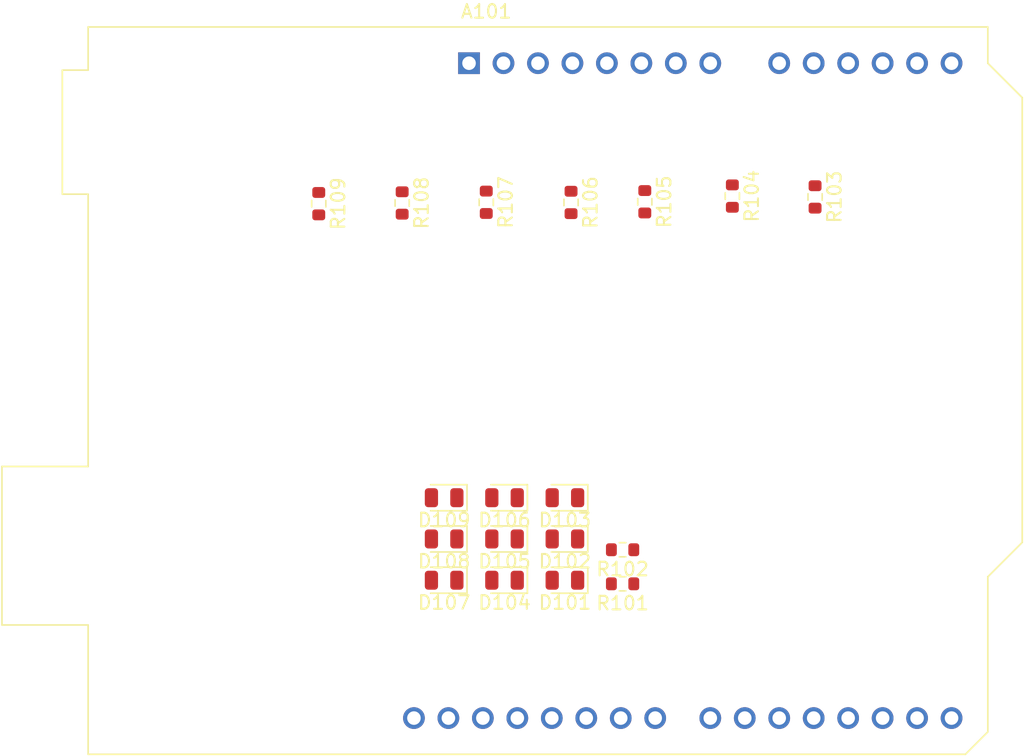
<source format=kicad_pcb>
(kicad_pcb (version 20221018) (generator pcbnew)
  (layers (0 "F.Cu" signal) (31 "B.Cu" signal) (34 "B.Paste" user) (35 "F.Paste" user) (36 "B.SilkS" user "B.Silkscreen") (37 "F.SilkS" user "F.Silkscreen") (38 "B.Mask" user) (39 "F.Mask" user) (44 "Edge.Cuts" user))
  (net 0 "")
  (net 1 "Net-(D101-A)")
  (net 2 "Net-(D102-A)")
  (net 3 "Net-(D103-A)")
  (net 4 "Net-(D104-A)")
  (net 5 "Net-(D105-A)")
  (net 6 "Net-(D106-A)")
  (net 7 "Net-(D107-A)")
  (net 8 "Net-(D108-A)")
  (net 9 "Net-(D109-A)")
  (net 10 "GND")
  (net 15 "Net-(A101-+5V)")
  (net 25 "Net-(A101-D2)")
  (net 26 "Net-(A101-D3)")
  (net 27 "Net-(A101-D4)")
  (net 28 "Net-(A101-D5)")
  (net 29 "Net-(A101-D6)")
  (net 30 "Net-(A101-D7)")
  (net 31 "Net-(A101-D8)")
  (net 32 "Net-(A101-D9)")
  (net 33 "Net-(A101-D10)")
  (footprint "LED_SMD:LED_0805_2012Metric" (layer "F.Cu") (at 125.6742 95.8174 180)
    (fp_text reference "D108" (at 0 -1.65) (layer "F.SilkS"))
    (fp_text value "LED")
    (fp_line (start -1.685 -0.96) (end -1.685 0.96) (stroke (width 0.12)) (layer "F.SilkS"))
    (fp_line (start -1.685 0.96) (end 1 0.96) (stroke (width 0.12)) (layer "F.SilkS"))
    (fp_line (start 1 -0.96) (end -1.685 -0.96) (stroke (width 0.12)) (layer "F.SilkS"))
    (pad "1" smd roundrect (at -0.9375 0 180) (size 0.975 1.4) (layers "F.Cu" "F.Paste" "F.Mask") (net 32 "Net-(A101-D9)"))
    (pad "2" smd roundrect (at 0.9375 0 180) (size 0.975 1.4) (layers "F.Cu" "F.Paste" "F.Mask") (net 8 "Net-(D108-A)"))
  )
  (footprint "LED_SMD:LED_0805_2012Metric" (layer "F.Cu") (at 125.6742 92.7774 180)
    (fp_text reference "D109" (at 0 -1.65) (layer "F.SilkS"))
    (fp_text value "LED")
    (fp_line (start -1.685 -0.96) (end -1.685 0.96) (stroke (width 0.12)) (layer "F.SilkS"))
    (fp_line (start -1.685 0.96) (end 1 0.96) (stroke (width 0.12)) (layer "F.SilkS"))
    (fp_line (start 1 -0.96) (end -1.685 -0.96) (stroke (width 0.12)) (layer "F.SilkS"))
    (pad "1" smd roundrect (at -0.9375 0 180) (size 0.975 1.4) (layers "F.Cu" "F.Paste" "F.Mask") (net 33 "Net-(A101-D10)"))
    (pad "2" smd roundrect (at 0.9375 0 180) (size 0.975 1.4) (layers "F.Cu" "F.Paste" "F.Mask") (net 9 "Net-(D109-A)"))
  )
  (footprint "Module:Arduino_UNO_R2" (layer "F.Cu") (at 127.508 60.7568)
    (fp_text reference "A101" (at 1.27 -3.81 180) (layer "F.SilkS"))
    (fp_text value "Arduino_UNO_R2")
    (fp_line (start -34.42 29.72) (end -34.42 41.4) (stroke (width 0.12)) (layer "F.SilkS"))
    (fp_line (start -34.42 41.4) (end -28.07 41.4) (stroke (width 0.12)) (layer "F.SilkS"))
    (fp_line (start -29.97 0.51) (end -29.97 9.65) (stroke (width 0.12)) (layer "F.SilkS"))
    (fp_line (start -29.97 9.65) (end -28.07 9.65) (stroke (width 0.12)) (layer "F.SilkS"))
    (fp_line (start -28.07 -2.67) (end -28.07 0.51) (stroke (width 0.12)) (layer "F.SilkS"))
    (fp_line (start -28.07 0.51) (end -29.97 0.51) (stroke (width 0.12)) (layer "F.SilkS"))
    (fp_line (start -28.07 9.65) (end -28.07 29.72) (stroke (width 0.12)) (layer "F.SilkS"))
    (fp_line (start -28.07 29.72) (end -34.42 29.72) (stroke (width 0.12)) (layer "F.SilkS"))
    (fp_line (start -28.07 41.4) (end -28.07 50.93) (stroke (width 0.12)) (layer "F.SilkS"))
    (fp_line (start -28.07 50.93) (end 36.58 50.93) (stroke (width 0.12)) (layer "F.SilkS"))
    (fp_line (start 36.58 50.93) (end 38.23 49.28) (stroke (width 0.12)) (layer "F.SilkS"))
    (fp_line (start 38.23 -2.67) (end -28.07 -2.67) (stroke (width 0.12)) (layer "F.SilkS"))
    (fp_line (start 38.23 0) (end 38.23 -2.67) (stroke (width 0.12)) (layer "F.SilkS"))
    (fp_line (start 38.23 37.85) (end 40.77 35.31) (stroke (width 0.12)) (layer "F.SilkS"))
    (fp_line (start 38.23 49.28) (end 38.23 37.85) (stroke (width 0.12)) (layer "F.SilkS"))
    (fp_line (start 40.77 2.54) (end 38.23 0) (stroke (width 0.12)) (layer "F.SilkS"))
    (fp_line (start 40.77 35.31) (end 40.77 2.54) (stroke (width 0.12)) (layer "F.SilkS"))
    (pad "1" thru_hole rect (at 0 0 90) (size 1.6 1.6) (drill 1) (layers "*.Cu" "*.Mask"))
    (pad "2" thru_hole oval (at 2.54 0 90) (size 1.6 1.6) (drill 1) (layers "*.Cu" "*.Mask"))
    (pad "3" thru_hole oval (at 5.08 0 90) (size 1.6 1.6) (drill 1) (layers "*.Cu" "*.Mask"))
    (pad "4" thru_hole oval (at 7.62 0 90) (size 1.6 1.6) (drill 1) (layers "*.Cu" "*.Mask"))
    (pad "5" thru_hole oval (at 10.16 0 90) (size 1.6 1.6) (drill 1) (layers "*.Cu" "*.Mask") (net 15 "Net-(A101-+5V)"))
    (pad "6" thru_hole oval (at 12.7 0 90) (size 1.6 1.6) (drill 1) (layers "*.Cu" "*.Mask") (net 10 "GND"))
    (pad "7" thru_hole oval (at 15.24 0 90) (size 1.6 1.6) (drill 1) (layers "*.Cu" "*.Mask") (net 10 "GND"))
    (pad "8" thru_hole oval (at 17.78 0 90) (size 1.6 1.6) (drill 1) (layers "*.Cu" "*.Mask"))
    (pad "9" thru_hole oval (at 22.86 0 90) (size 1.6 1.6) (drill 1) (layers "*.Cu" "*.Mask"))
    (pad "10" thru_hole oval (at 25.4 0 90) (size 1.6 1.6) (drill 1) (layers "*.Cu" "*.Mask"))
    (pad "11" thru_hole oval (at 27.94 0 90) (size 1.6 1.6) (drill 1) (layers "*.Cu" "*.Mask"))
    (pad "12" thru_hole oval (at 30.48 0 90) (size 1.6 1.6) (drill 1) (layers "*.Cu" "*.Mask"))
    (pad "13" thru_hole oval (at 33.02 0 90) (size 1.6 1.6) (drill 1) (layers "*.Cu" "*.Mask"))
    (pad "14" thru_hole oval (at 35.56 0 90) (size 1.6 1.6) (drill 1) (layers "*.Cu" "*.Mask"))
    (pad "15" thru_hole oval (at 35.56 48.26 90) (size 1.6 1.6) (drill 1) (layers "*.Cu" "*.Mask"))
    (pad "16" thru_hole oval (at 33.02 48.26 90) (size 1.6 1.6) (drill 1) (layers "*.Cu" "*.Mask"))
    (pad "17" thru_hole oval (at 30.48 48.26 90) (size 1.6 1.6) (drill 1) (layers "*.Cu" "*.Mask") (net 25 "Net-(A101-D2)"))
    (pad "18" thru_hole oval (at 27.94 48.26 90) (size 1.6 1.6) (drill 1) (layers "*.Cu" "*.Mask") (net 26 "Net-(A101-D3)"))
    (pad "19" thru_hole oval (at 25.4 48.26 90) (size 1.6 1.6) (drill 1) (layers "*.Cu" "*.Mask") (net 27 "Net-(A101-D4)"))
    (pad "20" thru_hole oval (at 22.86 48.26 90) (size 1.6 1.6) (drill 1) (layers "*.Cu" "*.Mask") (net 28 "Net-(A101-D5)"))
    (pad "21" thru_hole oval (at 20.32 48.26 90) (size 1.6 1.6) (drill 1) (layers "*.Cu" "*.Mask") (net 29 "Net-(A101-D6)"))
    (pad "22" thru_hole oval (at 17.78 48.26 90) (size 1.6 1.6) (drill 1) (layers "*.Cu" "*.Mask") (net 30 "Net-(A101-D7)"))
    (pad "23" thru_hole oval (at 13.72 48.26 90) (size 1.6 1.6) (drill 1) (layers "*.Cu" "*.Mask") (net 31 "Net-(A101-D8)"))
    (pad "24" thru_hole oval (at 11.18 48.26 90) (size 1.6 1.6) (drill 1) (layers "*.Cu" "*.Mask") (net 32 "Net-(A101-D9)"))
    (pad "25" thru_hole oval (at 8.64 48.26 90) (size 1.6 1.6) (drill 1) (layers "*.Cu" "*.Mask") (net 33 "Net-(A101-D10)"))
    (pad "26" thru_hole oval (at 6.1 48.26 90) (size 1.6 1.6) (drill 1) (layers "*.Cu" "*.Mask"))
    (pad "27" thru_hole oval (at 3.56 48.26 90) (size 1.6 1.6) (drill 1) (layers "*.Cu" "*.Mask"))
    (pad "28" thru_hole oval (at 1.02 48.26 90) (size 1.6 1.6) (drill 1) (layers "*.Cu" "*.Mask"))
    (pad "29" thru_hole oval (at -1.52 48.26 90) (size 1.6 1.6) (drill 1) (layers "*.Cu" "*.Mask") (net 10 "GND"))
    (pad "30" thru_hole oval (at -4.06 48.26 90) (size 1.6 1.6) (drill 1) (layers "*.Cu" "*.Mask"))
  )
  (footprint "Resistor_SMD:R_0603_1608Metric" (layer "F.Cu") (at 153.0096 70.612 -90)
    (fp_text reference "R103" (at 0 -1.43 90) (layer "F.SilkS"))
    (fp_text value "247")
    (fp_line (start -0.237258 -0.5225) (end 0.237258 -0.5225) (stroke (width 0.12)) (layer "F.SilkS"))
    (fp_line (start -0.237258 0.5225) (end 0.237258 0.5225) (stroke (width 0.12)) (layer "F.SilkS"))
    (pad "1" smd roundrect (at -0.825 0 270) (size 0.8 0.95) (layers "F.Cu" "F.Paste" "F.Mask") (net 15 "Net-(A101-+5V)"))
    (pad "2" smd roundrect (at 0.825 0 270) (size 0.8 0.95) (layers "F.Cu" "F.Paste" "F.Mask") (net 7 "Net-(D107-A)"))
  )
  (footprint "LED_SMD:LED_0805_2012Metric" (layer "F.Cu") (at 130.1242 95.8174 180)
    (fp_text reference "D105" (at 0 -1.65) (layer "F.SilkS"))
    (fp_text value "LED")
    (fp_line (start -1.685 -0.96) (end -1.685 0.96) (stroke (width 0.12)) (layer "F.SilkS"))
    (fp_line (start -1.685 0.96) (end 1 0.96) (stroke (width 0.12)) (layer "F.SilkS"))
    (fp_line (start 1 -0.96) (end -1.685 -0.96) (stroke (width 0.12)) (layer "F.SilkS"))
    (pad "1" smd roundrect (at -0.9375 0 180) (size 0.975 1.4) (layers "F.Cu" "F.Paste" "F.Mask") (net 29 "Net-(A101-D6)"))
    (pad "2" smd roundrect (at 0.9375 0 180) (size 0.975 1.4) (layers "F.Cu" "F.Paste" "F.Mask") (net 5 "Net-(D105-A)"))
  )
  (footprint "Resistor_SMD:R_0603_1608Metric" (layer "F.Cu") (at 146.9136 70.549 -90)
    (fp_text reference "R104" (at 0 -1.43 90) (layer "F.SilkS"))
    (fp_text value "247")
    (fp_line (start -0.237258 -0.5225) (end 0.237258 -0.5225) (stroke (width 0.12)) (layer "F.SilkS"))
    (fp_line (start -0.237258 0.5225) (end 0.237258 0.5225) (stroke (width 0.12)) (layer "F.SilkS"))
    (pad "1" smd roundrect (at -0.825 0 270) (size 0.8 0.95) (layers "F.Cu" "F.Paste" "F.Mask") (net 15 "Net-(A101-+5V)"))
    (pad "2" smd roundrect (at 0.825 0 270) (size 0.8 0.95) (layers "F.Cu" "F.Paste" "F.Mask") (net 6 "Net-(D106-A)"))
  )
  (footprint "LED_SMD:LED_0805_2012Metric" (layer "F.Cu") (at 134.5742 92.7774 180)
    (fp_text reference "D103" (at 0 -1.65) (layer "F.SilkS"))
    (fp_text value "LED")
    (fp_line (start -1.685 -0.96) (end -1.685 0.96) (stroke (width 0.12)) (layer "F.SilkS"))
    (fp_line (start -1.685 0.96) (end 1 0.96) (stroke (width 0.12)) (layer "F.SilkS"))
    (fp_line (start 1 -0.96) (end -1.685 -0.96) (stroke (width 0.12)) (layer "F.SilkS"))
    (pad "1" smd roundrect (at -0.9375 0 180) (size 0.975 1.4) (layers "F.Cu" "F.Paste" "F.Mask") (net 27 "Net-(A101-D4)"))
    (pad "2" smd roundrect (at 0.9375 0 180) (size 0.975 1.4) (layers "F.Cu" "F.Paste" "F.Mask") (net 3 "Net-(D103-A)"))
  )
  (footprint "Resistor_SMD:R_0603_1608Metric" (layer "F.Cu") (at 138.8242 96.6124 180)
    (fp_text reference "R102" (at 0 -1.43) (layer "F.SilkS"))
    (fp_text value "247")
    (fp_line (start -0.237258 -0.5225) (end 0.237258 -0.5225) (stroke (width 0.12)) (layer "F.SilkS"))
    (fp_line (start -0.237258 0.5225) (end 0.237258 0.5225) (stroke (width 0.12)) (layer "F.SilkS"))
    (pad "1" smd roundrect (at -0.825 0 180) (size 0.8 0.95) (layers "F.Cu" "F.Paste" "F.Mask") (net 15 "Net-(A101-+5V)"))
    (pad "2" smd roundrect (at 0.825 0 180) (size 0.8 0.95) (layers "F.Cu" "F.Paste" "F.Mask") (net 8 "Net-(D108-A)"))
  )
  (footprint "Resistor_SMD:R_0603_1608Metric" (layer "F.Cu") (at 140.462 70.9676 -90)
    (fp_text reference "R105" (at 0 -1.43 90) (layer "F.SilkS"))
    (fp_text value "247")
    (fp_line (start -0.237258 -0.5225) (end 0.237258 -0.5225) (stroke (width 0.12)) (layer "F.SilkS"))
    (fp_line (start -0.237258 0.5225) (end 0.237258 0.5225) (stroke (width 0.12)) (layer "F.SilkS"))
    (pad "1" smd roundrect (at -0.825 0 270) (size 0.8 0.95) (layers "F.Cu" "F.Paste" "F.Mask") (net 15 "Net-(A101-+5V)"))
    (pad "2" smd roundrect (at 0.825 0 270) (size 0.8 0.95) (layers "F.Cu" "F.Paste" "F.Mask") (net 5 "Net-(D105-A)"))
  )
  (footprint "LED_SMD:LED_0805_2012Metric" (layer "F.Cu") (at 134.5742 98.8574 180)
    (fp_text reference "D101" (at 0 -1.65) (layer "F.SilkS"))
    (fp_text value "LED")
    (fp_line (start -1.685 -0.96) (end -1.685 0.96) (stroke (width 0.12)) (layer "F.SilkS"))
    (fp_line (start -1.685 0.96) (end 1 0.96) (stroke (width 0.12)) (layer "F.SilkS"))
    (fp_line (start 1 -0.96) (end -1.685 -0.96) (stroke (width 0.12)) (layer "F.SilkS"))
    (pad "1" smd roundrect (at -0.9375 0 180) (size 0.975 1.4) (layers "F.Cu" "F.Paste" "F.Mask") (net 25 "Net-(A101-D2)"))
    (pad "2" smd roundrect (at 0.9375 0 180) (size 0.975 1.4) (layers "F.Cu" "F.Paste" "F.Mask") (net 1 "Net-(D101-A)"))
  )
  (footprint "Resistor_SMD:R_0603_1608Metric" (layer "F.Cu") (at 128.778 71.0062 -90)
    (fp_text reference "R107" (at 0 -1.43 90) (layer "F.SilkS"))
    (fp_text value "247")
    (fp_line (start -0.237258 -0.5225) (end 0.237258 -0.5225) (stroke (width 0.12)) (layer "F.SilkS"))
    (fp_line (start -0.237258 0.5225) (end 0.237258 0.5225) (stroke (width 0.12)) (layer "F.SilkS"))
    (pad "1" smd roundrect (at -0.825 0 270) (size 0.8 0.95) (layers "F.Cu" "F.Paste" "F.Mask") (net 15 "Net-(A101-+5V)"))
    (pad "2" smd roundrect (at 0.825 0 270) (size 0.8 0.95) (layers "F.Cu" "F.Paste" "F.Mask") (net 3 "Net-(D103-A)"))
  )
  (footprint "LED_SMD:LED_0805_2012Metric" (layer "F.Cu") (at 130.1242 92.7774 180)
    (fp_text reference "D106" (at 0 -1.65) (layer "F.SilkS"))
    (fp_text value "LED")
    (fp_line (start -1.685 -0.96) (end -1.685 0.96) (stroke (width 0.12)) (layer "F.SilkS"))
    (fp_line (start -1.685 0.96) (end 1 0.96) (stroke (width 0.12)) (layer "F.SilkS"))
    (fp_line (start 1 -0.96) (end -1.685 -0.96) (stroke (width 0.12)) (layer "F.SilkS"))
    (pad "1" smd roundrect (at -0.9375 0 180) (size 0.975 1.4) (layers "F.Cu" "F.Paste" "F.Mask") (net 30 "Net-(A101-D7)"))
    (pad "2" smd roundrect (at 0.9375 0 180) (size 0.975 1.4) (layers "F.Cu" "F.Paste" "F.Mask") (net 6 "Net-(D106-A)"))
  )
  (footprint "Resistor_SMD:R_0603_1608Metric" (layer "F.Cu") (at 116.4336 71.1078 -90)
    (fp_text reference "R109" (at 0 -1.43 90) (layer "F.SilkS"))
    (fp_text value "247")
    (fp_line (start -0.237258 -0.5225) (end 0.237258 -0.5225) (stroke (width 0.12)) (layer "F.SilkS"))
    (fp_line (start -0.237258 0.5225) (end 0.237258 0.5225) (stroke (width 0.12)) (layer "F.SilkS"))
    (pad "1" smd roundrect (at -0.825 0 270) (size 0.8 0.95) (layers "F.Cu" "F.Paste" "F.Mask") (net 15 "Net-(A101-+5V)"))
    (pad "2" smd roundrect (at 0.825 0 270) (size 0.8 0.95) (layers "F.Cu" "F.Paste" "F.Mask") (net 1 "Net-(D101-A)"))
  )
  (footprint "LED_SMD:LED_0805_2012Metric" (layer "F.Cu") (at 125.6742 98.8574 180)
    (fp_text reference "D107" (at 0 -1.65) (layer "F.SilkS"))
    (fp_text value "LED")
    (fp_line (start -1.685 -0.96) (end -1.685 0.96) (stroke (width 0.12)) (layer "F.SilkS"))
    (fp_line (start -1.685 0.96) (end 1 0.96) (stroke (width 0.12)) (layer "F.SilkS"))
    (fp_line (start 1 -0.96) (end -1.685 -0.96) (stroke (width 0.12)) (layer "F.SilkS"))
    (pad "1" smd roundrect (at -0.9375 0 180) (size 0.975 1.4) (layers "F.Cu" "F.Paste" "F.Mask") (net 31 "Net-(A101-D8)"))
    (pad "2" smd roundrect (at 0.9375 0 180) (size 0.975 1.4) (layers "F.Cu" "F.Paste" "F.Mask") (net 7 "Net-(D107-A)"))
  )
  (footprint "LED_SMD:LED_0805_2012Metric" (layer "F.Cu") (at 134.5742 95.8174 180)
    (fp_text reference "D102" (at 0 -1.65) (layer "F.SilkS"))
    (fp_text value "LED")
    (fp_line (start -1.685 -0.96) (end -1.685 0.96) (stroke (width 0.12)) (layer "F.SilkS"))
    (fp_line (start -1.685 0.96) (end 1 0.96) (stroke (width 0.12)) (layer "F.SilkS"))
    (fp_line (start 1 -0.96) (end -1.685 -0.96) (stroke (width 0.12)) (layer "F.SilkS"))
    (pad "1" smd roundrect (at -0.9375 0 180) (size 0.975 1.4) (layers "F.Cu" "F.Paste" "F.Mask") (net 26 "Net-(A101-D3)"))
    (pad "2" smd roundrect (at 0.9375 0 180) (size 0.975 1.4) (layers "F.Cu" "F.Paste" "F.Mask") (net 2 "Net-(D102-A)"))
  )
  (footprint "Resistor_SMD:R_0603_1608Metric" (layer "F.Cu") (at 135.0264 71.0184 -90)
    (fp_text reference "R106" (at 0 -1.43 90) (layer "F.SilkS"))
    (fp_text value "247")
    (fp_line (start -0.237258 -0.5225) (end 0.237258 -0.5225) (stroke (width 0.12)) (layer "F.SilkS"))
    (fp_line (start -0.237258 0.5225) (end 0.237258 0.5225) (stroke (width 0.12)) (layer "F.SilkS"))
    (pad "1" smd roundrect (at -0.825 0 270) (size 0.8 0.95) (layers "F.Cu" "F.Paste" "F.Mask") (net 15 "Net-(A101-+5V)"))
    (pad "2" smd roundrect (at 0.825 0 270) (size 0.8 0.95) (layers "F.Cu" "F.Paste" "F.Mask") (net 4 "Net-(D104-A)"))
  )
  (footprint "Resistor_SMD:R_0603_1608Metric" (layer "F.Cu") (at 138.8242 99.1224 180)
    (fp_text reference "R101" (at 0 -1.43) (layer "F.SilkS"))
    (fp_text value "247")
    (fp_line (start -0.237258 -0.5225) (end 0.237258 -0.5225) (stroke (width 0.12)) (layer "F.SilkS"))
    (fp_line (start -0.237258 0.5225) (end 0.237258 0.5225) (stroke (width 0.12)) (layer "F.SilkS"))
    (pad "1" smd roundrect (at -0.825 0 180) (size 0.8 0.95) (layers "F.Cu" "F.Paste" "F.Mask") (net 15 "Net-(A101-+5V)"))
    (pad "2" smd roundrect (at 0.825 0 180) (size 0.8 0.95) (layers "F.Cu" "F.Paste" "F.Mask") (net 9 "Net-(D109-A)"))
  )
  (footprint "Resistor_SMD:R_0603_1608Metric" (layer "F.Cu") (at 122.5804 71.057 -90)
    (fp_text reference "R108" (at 0 -1.43 90) (layer "F.SilkS"))
    (fp_text value "247")
    (fp_line (start -0.237258 -0.5225) (end 0.237258 -0.5225) (stroke (width 0.12)) (layer "F.SilkS"))
    (fp_line (start -0.237258 0.5225) (end 0.237258 0.5225) (stroke (width 0.12)) (layer "F.SilkS"))
    (pad "1" smd roundrect (at -0.825 0 270) (size 0.8 0.95) (layers "F.Cu" "F.Paste" "F.Mask") (net 15 "Net-(A101-+5V)"))
    (pad "2" smd roundrect (at 0.825 0 270) (size 0.8 0.95) (layers "F.Cu" "F.Paste" "F.Mask") (net 2 "Net-(D102-A)"))
  )
  (footprint "LED_SMD:LED_0805_2012Metric" (layer "F.Cu") (at 130.1242 98.8574 180)
    (fp_text reference "D104" (at 0 -1.65) (layer "F.SilkS"))
    (fp_text value "LED")
    (fp_line (start -1.685 -0.96) (end -1.685 0.96) (stroke (width 0.12)) (layer "F.SilkS"))
    (fp_line (start -1.685 0.96) (end 1 0.96) (stroke (width 0.12)) (layer "F.SilkS"))
    (fp_line (start 1 -0.96) (end -1.685 -0.96) (stroke (width 0.12)) (layer "F.SilkS"))
    (pad "1" smd roundrect (at -0.9375 0 180) (size 0.975 1.4) (layers "F.Cu" "F.Paste" "F.Mask") (net 28 "Net-(A101-D5)"))
    (pad "2" smd roundrect (at 0.9375 0 180) (size 0.975 1.4) (layers "F.Cu" "F.Paste" "F.Mask") (net 4 "Net-(D104-A)"))
  )
)
</source>
